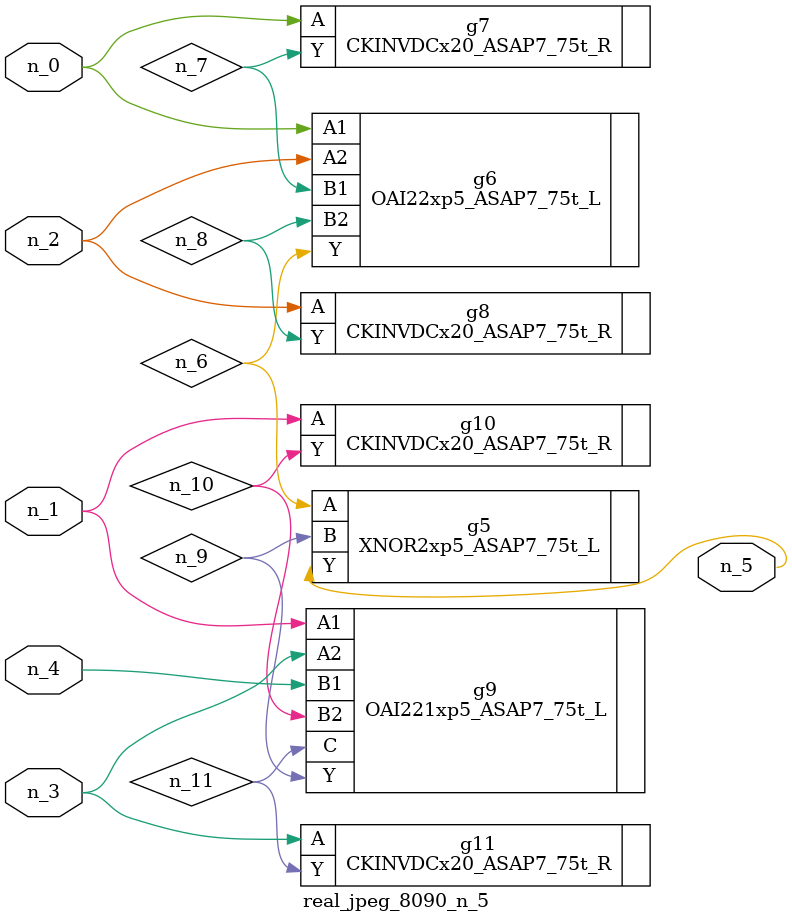
<source format=v>
module real_jpeg_8090_n_5 (n_4, n_0, n_1, n_2, n_3, n_5);

input n_4;
input n_0;
input n_1;
input n_2;
input n_3;

output n_5;

wire n_8;
wire n_11;
wire n_6;
wire n_7;
wire n_10;
wire n_9;

OAI22xp5_ASAP7_75t_L g6 ( 
.A1(n_0),
.A2(n_2),
.B1(n_7),
.B2(n_8),
.Y(n_6)
);

CKINVDCx20_ASAP7_75t_R g7 ( 
.A(n_0),
.Y(n_7)
);

OAI221xp5_ASAP7_75t_L g9 ( 
.A1(n_1),
.A2(n_3),
.B1(n_4),
.B2(n_10),
.C(n_11),
.Y(n_9)
);

CKINVDCx20_ASAP7_75t_R g10 ( 
.A(n_1),
.Y(n_10)
);

CKINVDCx20_ASAP7_75t_R g8 ( 
.A(n_2),
.Y(n_8)
);

CKINVDCx20_ASAP7_75t_R g11 ( 
.A(n_3),
.Y(n_11)
);

XNOR2xp5_ASAP7_75t_L g5 ( 
.A(n_6),
.B(n_9),
.Y(n_5)
);


endmodule
</source>
